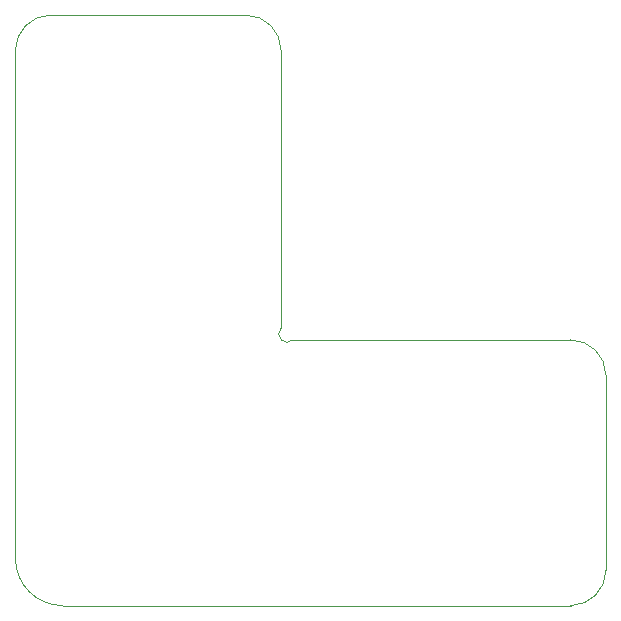
<source format=gbr>
G04 (created by PCBNEW (2013-mar-13)-testing) date Mon 01 Jul 2013 17:25:34 WST*
%MOIN*%
G04 Gerber Fmt 3.4, Leading zero omitted, Abs format*
%FSLAX34Y34*%
G01*
G70*
G90*
G04 APERTURE LIST*
%ADD10C,0.006000*%
%ADD11C,0.003937*%
G04 APERTURE END LIST*
G54D10*
G54D11*
X48031Y-50000D02*
G75*
G03X48425Y-50000I196J196D01*
G74*
G01*
X48031Y-49606D02*
G75*
G03X48031Y-50000I196J-196D01*
G74*
G01*
X58858Y-57677D02*
X58858Y-51181D01*
X57677Y-58858D02*
G75*
G03X58858Y-57677I0J1181D01*
G74*
G01*
X57677Y-50000D02*
X48425Y-50000D01*
X58858Y-51181D02*
G75*
G03X57677Y-50000I-1181J0D01*
G74*
G01*
X46850Y-39173D02*
X40354Y-39173D01*
X48031Y-40354D02*
G75*
G03X46850Y-39173I-1181J0D01*
G74*
G01*
X48031Y-40354D02*
X48031Y-49606D01*
X40354Y-39173D02*
G75*
G03X39173Y-40354I0J-1181D01*
G74*
G01*
X39173Y-57283D02*
G75*
G03X40748Y-58858I1574J0D01*
G74*
G01*
X57677Y-58858D02*
X40748Y-58858D01*
X39173Y-40354D02*
X39173Y-57283D01*
M02*

</source>
